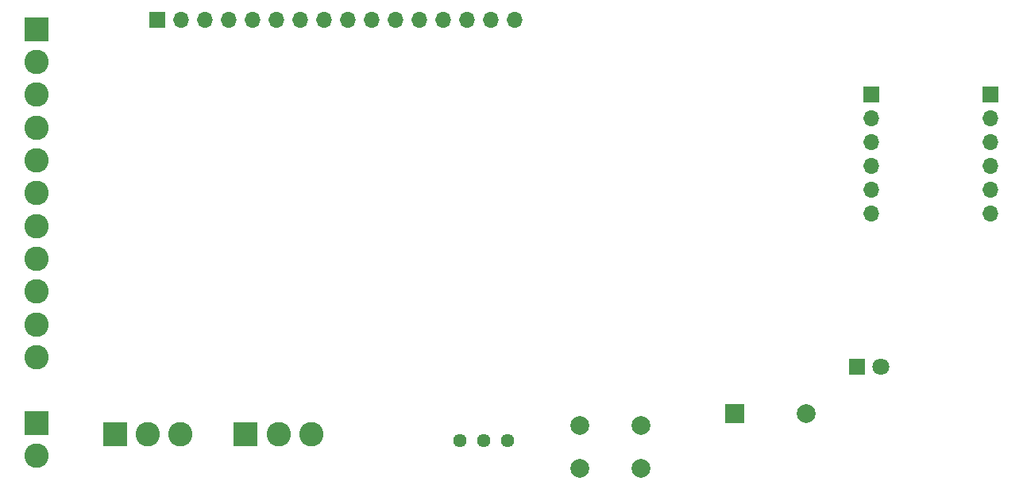
<source format=gbr>
%TF.GenerationSoftware,KiCad,Pcbnew,7.0.11-7.0.11~ubuntu22.04.1*%
%TF.CreationDate,2024-03-21T10:39:11+01:00*%
%TF.ProjectId,displayshield,64697370-6c61-4797-9368-69656c642e6b,rev?*%
%TF.SameCoordinates,Original*%
%TF.FileFunction,Soldermask,Bot*%
%TF.FilePolarity,Negative*%
%FSLAX46Y46*%
G04 Gerber Fmt 4.6, Leading zero omitted, Abs format (unit mm)*
G04 Created by KiCad (PCBNEW 7.0.11-7.0.11~ubuntu22.04.1) date 2024-03-21 10:39:11*
%MOMM*%
%LPD*%
G01*
G04 APERTURE LIST*
%ADD10R,2.600000X2.600000*%
%ADD11C,2.600000*%
%ADD12R,1.800000X1.800000*%
%ADD13C,1.800000*%
%ADD14C,1.440000*%
%ADD15R,2.000000X2.000000*%
%ADD16C,2.000000*%
%ADD17R,1.700000X1.700000*%
%ADD18O,1.700000X1.700000*%
G04 APERTURE END LIST*
D10*
%TO.C,J5*%
X138000000Y-105195947D03*
D11*
X141500000Y-105195947D03*
X145000000Y-105195947D03*
%TD*%
D12*
%TO.C,D1*%
X203152625Y-98000000D03*
D13*
X205692625Y-98000000D03*
%TD*%
D14*
%TO.C,RV1*%
X165857570Y-105854066D03*
X163317570Y-105854066D03*
X160777570Y-105854066D03*
%TD*%
D11*
%TO.C,J4*%
X131047520Y-105173195D03*
X127547520Y-105173195D03*
D10*
X124047520Y-105173195D03*
%TD*%
D15*
%TO.C,BZ1*%
X190092625Y-103000000D03*
D16*
X197692625Y-103000000D03*
%TD*%
%TO.C,SW1*%
X173607570Y-104307360D03*
X180107570Y-104307360D03*
X173607570Y-108807360D03*
X180107570Y-108807360D03*
%TD*%
D10*
%TO.C,J2*%
X115692625Y-62000000D03*
D11*
X115692625Y-65500000D03*
X115692625Y-69000000D03*
X115692625Y-72500000D03*
X115692625Y-76000000D03*
X115692625Y-79500000D03*
X115692625Y-83000000D03*
X115692625Y-86500000D03*
X115692625Y-90000000D03*
X115692625Y-93500000D03*
X115692625Y-97000000D03*
%TD*%
D10*
%TO.C,J3*%
X115692625Y-104000000D03*
D11*
X115692625Y-107500000D03*
%TD*%
D17*
%TO.C,J1*%
X128532625Y-61000000D03*
D18*
X131072625Y-61000000D03*
X133612625Y-61000000D03*
X136152625Y-61000000D03*
X138692625Y-61000000D03*
X141232625Y-61000000D03*
X143772625Y-61000000D03*
X146312625Y-61000000D03*
X148852625Y-61000000D03*
X151392625Y-61000000D03*
X153932625Y-61000000D03*
X156472625Y-61000000D03*
X159012625Y-61000000D03*
X161552625Y-61000000D03*
X164092625Y-61000000D03*
X166632625Y-61000000D03*
%TD*%
D17*
%TO.C,ADS1015*%
X204692625Y-69000000D03*
D18*
X204692625Y-71540000D03*
X204692625Y-74080000D03*
X204692625Y-76620000D03*
X204692625Y-79160000D03*
X204692625Y-81700000D03*
D17*
X217392625Y-69000000D03*
D18*
X217392625Y-71540000D03*
X217392625Y-74080000D03*
X217392625Y-76620000D03*
X217392625Y-79160000D03*
X217392625Y-81700000D03*
%TD*%
M02*

</source>
